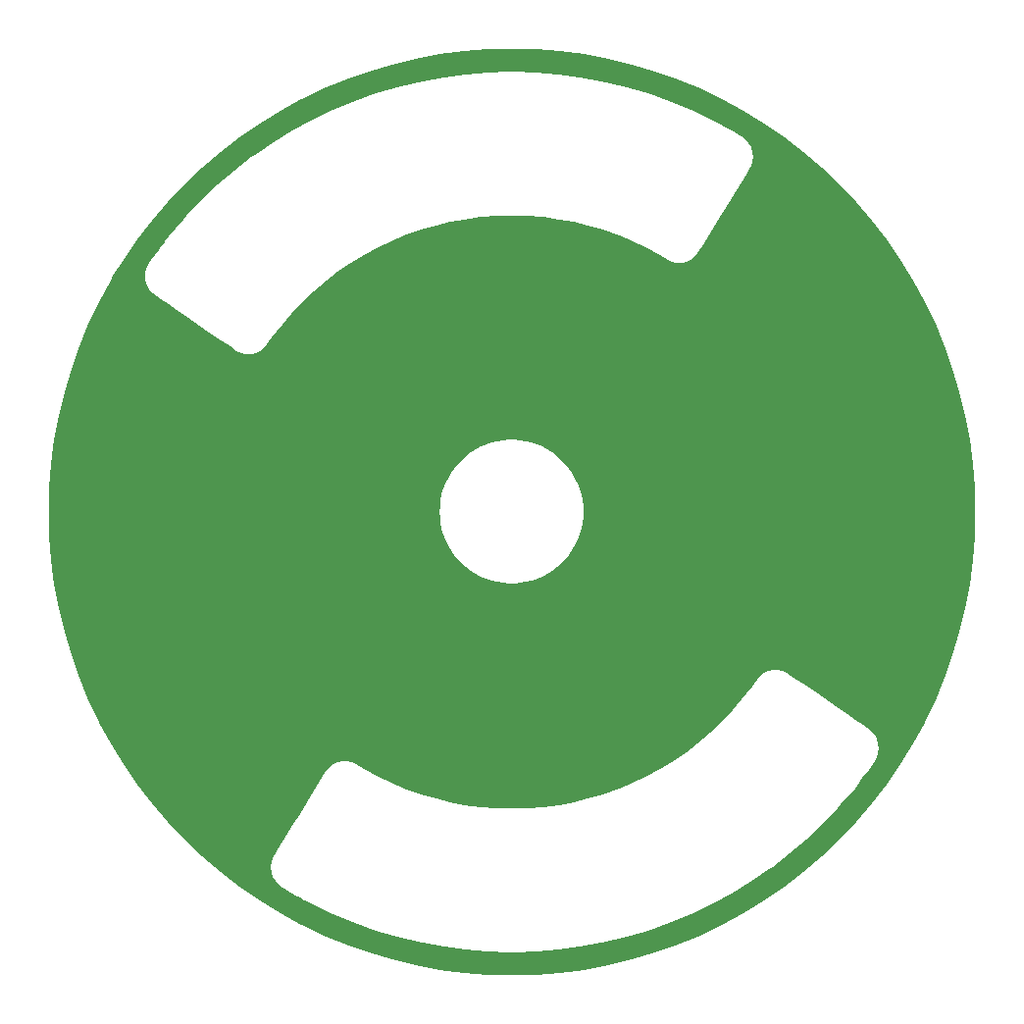
<source format=gbr>
%TF.GenerationSoftware,KiCad,Pcbnew,7.0.5.1-1-g8f565ef7f0-dirty-deb11*%
%TF.CreationDate,2023-06-30T15:08:21+00:00*%
%TF.ProjectId,USTTHUNDERMILLPCB02,55535454-4855-44e4-9445-524d494c4c50,rev?*%
%TF.SameCoordinates,Original*%
%TF.FileFunction,Soldermask,Top*%
%TF.FilePolarity,Negative*%
%FSLAX46Y46*%
G04 Gerber Fmt 4.6, Leading zero omitted, Abs format (unit mm)*
G04 Created by KiCad (PCBNEW 7.0.5.1-1-g8f565ef7f0-dirty-deb11) date 2023-06-30 15:08:21*
%MOMM*%
%LPD*%
G01*
G04 APERTURE LIST*
G04 Aperture macros list*
%AMRotRect*
0 Rectangle, with rotation*
0 The origin of the aperture is its center*
0 $1 length*
0 $2 width*
0 $3 Rotation angle, in degrees counterclockwise*
0 Add horizontal line*
21,1,$1,$2,0,0,$3*%
G04 Aperture macros list end*
%ADD10RotRect,4.000000X1.200000X325.000000*%
G04 APERTURE END LIST*
D10*
%TO.C,J1*%
X-13700000Y6100000D03*
%TD*%
G36*
X2124677Y39911254D02*
G01*
X2128573Y39911050D01*
X4212388Y39747054D01*
X4216270Y39746646D01*
X6288650Y39473753D01*
X6292500Y39473144D01*
X8347732Y39092260D01*
X8351549Y39091448D01*
X10384106Y38603455D01*
X10387871Y38602446D01*
X12392008Y38008860D01*
X12395723Y38007653D01*
X14366044Y37309856D01*
X14369683Y37308459D01*
X16300899Y36508544D01*
X16304463Y36506958D01*
X18191028Y35607142D01*
X18194506Y35605370D01*
X20031469Y34607934D01*
X20034846Y34605985D01*
X21817123Y33513821D01*
X21820395Y33511696D01*
X23542983Y32327803D01*
X23546141Y32325509D01*
X25204427Y31052998D01*
X25207456Y31050545D01*
X26796903Y29693065D01*
X26799801Y29690456D01*
X28316069Y28251648D01*
X28318830Y28248886D01*
X29757637Y26732622D01*
X29760246Y26729724D01*
X31117725Y25140278D01*
X31120178Y25137249D01*
X32392693Y23478961D01*
X32394988Y23475803D01*
X33578877Y21753213D01*
X33581002Y21749942D01*
X34673167Y19967663D01*
X34675116Y19964287D01*
X35672556Y18127324D01*
X35674328Y18123846D01*
X36574140Y16237280D01*
X36575726Y16233716D01*
X37375643Y14302492D01*
X37377040Y14298853D01*
X38074831Y12328544D01*
X38076038Y12324829D01*
X38669628Y10320689D01*
X38670637Y10316924D01*
X39158631Y8284364D01*
X39159443Y8280547D01*
X39540327Y6225318D01*
X39540936Y6221468D01*
X39813827Y4149089D01*
X39814235Y4145207D01*
X39978237Y2061389D01*
X39978441Y2057492D01*
X40033132Y-32040D01*
X40033132Y-35942D01*
X39978441Y-2125475D01*
X39978237Y-2129372D01*
X39814235Y-4213190D01*
X39813827Y-4217072D01*
X39540936Y-6289450D01*
X39540327Y-6293300D01*
X39159443Y-8348532D01*
X39158631Y-8352349D01*
X38670637Y-10384906D01*
X38669628Y-10388671D01*
X38076038Y-12392814D01*
X38074831Y-12396529D01*
X37377040Y-14366838D01*
X37375643Y-14370477D01*
X36575726Y-16301699D01*
X36574140Y-16305263D01*
X35674328Y-18191828D01*
X35672556Y-18195306D01*
X34675116Y-20032270D01*
X34673166Y-20035646D01*
X33581002Y-21817923D01*
X33578877Y-21821194D01*
X32394995Y-23543773D01*
X32392700Y-23546931D01*
X31120170Y-25205236D01*
X31117717Y-25208265D01*
X29760255Y-26797693D01*
X29757646Y-26800591D01*
X28318830Y-28316868D01*
X28316068Y-28319630D01*
X26799791Y-29758446D01*
X26796893Y-29761055D01*
X25207465Y-31118517D01*
X25204436Y-31120970D01*
X23546131Y-32393500D01*
X23542973Y-32395795D01*
X21820394Y-33579677D01*
X21817123Y-33581802D01*
X20034846Y-34673966D01*
X20031470Y-34675916D01*
X18194506Y-35673356D01*
X18191028Y-35675128D01*
X16304463Y-36574940D01*
X16300899Y-36576526D01*
X14369677Y-37376443D01*
X14366038Y-37377840D01*
X12395729Y-38075631D01*
X12392014Y-38076838D01*
X10387871Y-38670428D01*
X10384106Y-38671437D01*
X8351549Y-39159431D01*
X8347732Y-39160243D01*
X6292500Y-39541127D01*
X6288650Y-39541736D01*
X4216272Y-39814627D01*
X4212390Y-39815035D01*
X2128572Y-39979037D01*
X2124675Y-39979241D01*
X35141Y-40033932D01*
X31241Y-40033932D01*
X-2058292Y-39979241D01*
X-2062189Y-39979037D01*
X-4146007Y-39815035D01*
X-4149889Y-39814627D01*
X-6222268Y-39541736D01*
X-6226118Y-39541127D01*
X-8281347Y-39160243D01*
X-8285164Y-39159431D01*
X-10317724Y-38671437D01*
X-10321489Y-38670428D01*
X-12325629Y-38076838D01*
X-12329344Y-38075631D01*
X-14299653Y-37377840D01*
X-14303292Y-37376443D01*
X-16234516Y-36576526D01*
X-16238080Y-36574940D01*
X-18124646Y-35675128D01*
X-18128124Y-35673356D01*
X-19965087Y-34675916D01*
X-19968463Y-34673967D01*
X-21750742Y-33581802D01*
X-21754013Y-33579677D01*
X-23476603Y-32395788D01*
X-23479761Y-32393493D01*
X-25138049Y-31120978D01*
X-25141078Y-31118525D01*
X-25621420Y-30708285D01*
X-20787004Y-30708285D01*
X-20743305Y-31124090D01*
X-20614108Y-31521779D01*
X-20614102Y-31521793D01*
X-20405009Y-31883877D01*
X-20405007Y-31883881D01*
X-20125310Y-32194578D01*
X-20125300Y-32194586D01*
X-19787013Y-32440273D01*
X-19786993Y-32440287D01*
X-19591235Y-32560362D01*
X-19591234Y-32560362D01*
X-19082824Y-32871869D01*
X-19082808Y-32871886D01*
X-19082805Y-32871882D01*
X-18966807Y-32942979D01*
X-18637104Y-33121982D01*
X-18637107Y-33121985D01*
X-18637086Y-33121991D01*
X-18280835Y-33315469D01*
X-18280834Y-33315469D01*
X-18025558Y-33453952D01*
X-18025513Y-33453995D01*
X-18025505Y-33453982D01*
X-17872104Y-33537280D01*
X-17820899Y-33565085D01*
X-17310499Y-33842291D01*
X-15609339Y-34653672D01*
X-15609320Y-34653681D01*
X-15227400Y-34823690D01*
X-15227394Y-34823692D01*
X-13486095Y-35544990D01*
X-13486090Y-35544991D01*
X-11709423Y-36174077D01*
X-11709419Y-36174078D01*
X-9902336Y-36709380D01*
X-8069646Y-37149388D01*
X-7660675Y-37236386D01*
X-7660667Y-37236387D01*
X-5807493Y-37579785D01*
X-3938912Y-37825783D01*
X-3938884Y-37825786D01*
X-2059955Y-37973682D01*
X-175904Y-38022982D01*
X-175863Y-38022983D01*
X242247Y-38022983D01*
X242287Y-38022982D01*
X2126338Y-37973682D01*
X4005267Y-37825786D01*
X4005295Y-37825783D01*
X5873876Y-37579785D01*
X7727050Y-37236387D01*
X7727058Y-37236386D01*
X8136041Y-37149386D01*
X9968721Y-36709380D01*
X11775803Y-36174078D01*
X11775807Y-36174077D01*
X13552474Y-35544991D01*
X13552479Y-35544990D01*
X15293777Y-34823692D01*
X15293783Y-34823690D01*
X15675705Y-34653681D01*
X15675724Y-34653672D01*
X17376878Y-33842292D01*
X17376893Y-33842284D01*
X19033160Y-32942996D01*
X20640191Y-31958184D01*
X22193512Y-30890671D01*
X22531691Y-30644882D01*
X24026960Y-29497503D01*
X24026994Y-29497476D01*
X25460194Y-28273478D01*
X26827281Y-26976085D01*
X28124680Y-25608984D01*
X28124692Y-25608972D01*
X28404365Y-25298303D01*
X28404410Y-25298252D01*
X29628476Y-23865097D01*
X29628485Y-23865086D01*
X29982054Y-23404327D01*
X30017628Y-23358029D01*
X30123748Y-23219632D01*
X30123794Y-23219596D01*
X30123783Y-23219588D01*
X30300593Y-22989180D01*
X30547379Y-22667491D01*
X30547383Y-22667487D01*
X30775779Y-22369793D01*
X30775793Y-22369774D01*
X30852873Y-22257709D01*
X31190588Y-21766382D01*
X31320679Y-21577091D01*
X31320684Y-21577083D01*
X31529778Y-21214996D01*
X31529783Y-21214984D01*
X31658984Y-20817293D01*
X31702685Y-20401488D01*
X31658984Y-19985682D01*
X31529783Y-19587992D01*
X31529778Y-19587980D01*
X31320686Y-19225895D01*
X31320682Y-19225889D01*
X31040881Y-18915190D01*
X31040878Y-18915187D01*
X30702691Y-18669390D01*
X30702673Y-18669377D01*
X30333984Y-18416290D01*
X30333984Y-18416291D01*
X29705178Y-17984685D01*
X28997788Y-17499090D01*
X28997784Y-17499086D01*
X28997784Y-17499087D01*
X28213683Y-16960791D01*
X27355183Y-16371490D01*
X27355183Y-16371489D01*
X27355179Y-16371487D01*
X26424482Y-15732590D01*
X26424481Y-15732589D01*
X25424181Y-15045889D01*
X24357081Y-14313288D01*
X24357081Y-14313287D01*
X23779786Y-13916988D01*
X23397785Y-13746987D01*
X22988885Y-13659988D01*
X22570689Y-13659988D01*
X22161791Y-13746988D01*
X21779784Y-13916987D01*
X21779779Y-13916990D01*
X21441493Y-14162783D01*
X21161786Y-14473490D01*
X21161785Y-14473492D01*
X20745093Y-15079682D01*
X20742805Y-15082831D01*
X19865573Y-16226145D01*
X19863116Y-16229180D01*
X19063065Y-17165895D01*
X19060457Y-17168792D01*
X18212426Y-18062478D01*
X18209663Y-18065241D01*
X17164300Y-19057145D01*
X17161404Y-19059752D01*
X16065674Y-19995614D01*
X16062643Y-19998068D01*
X15085240Y-20748096D01*
X15082083Y-20750390D01*
X14066779Y-21448190D01*
X14063505Y-21450317D01*
X12834868Y-22203160D01*
X12831492Y-22205109D01*
X11564988Y-22892763D01*
X11561517Y-22894532D01*
X10449668Y-23424941D01*
X10446098Y-23426530D01*
X9307906Y-23897943D01*
X9304264Y-23899341D01*
X7945863Y-24380332D01*
X7942155Y-24381536D01*
X6560429Y-24790832D01*
X6556660Y-24791842D01*
X5358768Y-25079428D01*
X5354958Y-25080238D01*
X4143637Y-25304830D01*
X4139778Y-25305441D01*
X2711059Y-25493530D01*
X2707176Y-25493938D01*
X1270563Y-25606927D01*
X1266674Y-25607131D01*
X35153Y-25639432D01*
X31245Y-25639432D01*
X-1200291Y-25607131D01*
X-1204180Y-25606927D01*
X-2640793Y-25493938D01*
X-2644676Y-25493530D01*
X-4073395Y-25305441D01*
X-4077254Y-25304830D01*
X-5288582Y-25080238D01*
X-5292393Y-25079428D01*
X-6490278Y-24791842D01*
X-6494047Y-24790832D01*
X-7875773Y-24381536D01*
X-7879481Y-24380332D01*
X-9237879Y-23899341D01*
X-9241521Y-23897943D01*
X-10379714Y-23426529D01*
X-10383284Y-23424940D01*
X-11495134Y-22894532D01*
X-11498605Y-22892763D01*
X-12765099Y-22205114D01*
X-12768475Y-22203164D01*
X-13395595Y-21818893D01*
X-13395606Y-21818887D01*
X-13777602Y-21648788D01*
X-14186604Y-21561889D01*
X-14604704Y-21561889D01*
X-15013708Y-21648789D01*
X-15395603Y-21818888D01*
X-15733904Y-22064687D01*
X-15733912Y-22064694D01*
X-16013704Y-22375387D01*
X-16379906Y-22972193D01*
X-17056805Y-24075487D01*
X-17056804Y-24075488D01*
X-17691306Y-25109685D01*
X-17691307Y-25109684D01*
X-18281608Y-26071890D01*
X-18826202Y-26959480D01*
X-19323606Y-27770086D01*
X-19772303Y-28501382D01*
X-20171196Y-29151472D01*
X-20171195Y-29151473D01*
X-20405010Y-29532697D01*
X-20614104Y-29894782D01*
X-20614108Y-29894791D01*
X-20743305Y-30292479D01*
X-20787004Y-30708285D01*
X-25621420Y-30708285D01*
X-26730524Y-29761046D01*
X-26733422Y-29758437D01*
X-28249686Y-28319630D01*
X-28252448Y-28316869D01*
X-29691256Y-26800601D01*
X-29693865Y-26797703D01*
X-31051345Y-25208256D01*
X-31053798Y-25205227D01*
X-32326309Y-23546941D01*
X-32328603Y-23543783D01*
X-33512496Y-21821195D01*
X-33514621Y-21817923D01*
X-34606785Y-20035646D01*
X-34608734Y-20032269D01*
X-35606170Y-18195306D01*
X-35607942Y-18191828D01*
X-36507758Y-16305263D01*
X-36509344Y-16301699D01*
X-37309259Y-14370483D01*
X-37310656Y-14366844D01*
X-38008453Y-12396523D01*
X-38009660Y-12392808D01*
X-38603246Y-10388671D01*
X-38604255Y-10384906D01*
X-39092248Y-8352349D01*
X-39093060Y-8348532D01*
X-39473944Y-6293300D01*
X-39474553Y-6289450D01*
X-39747446Y-4217070D01*
X-39747854Y-4213188D01*
X-39911850Y-2129373D01*
X-39912054Y-2125477D01*
X-39966749Y-35940D01*
X-39966749Y-32044D01*
X-39965910Y-3D01*
X-6200000Y-3D01*
X-6179896Y-498884D01*
X-6179895Y-498888D01*
X-6119712Y-994550D01*
X-6019836Y-1483768D01*
X-5880924Y-1963350D01*
X-5703872Y-2430197D01*
X-5489836Y-2881267D01*
X-5489833Y-2881273D01*
X-5240181Y-3313684D01*
X-4956545Y-3724603D01*
X-4956539Y-3724610D01*
X-4640774Y-4111352D01*
X-4640759Y-4111369D01*
X-4294892Y-4471453D01*
X-4294876Y-4471469D01*
X-3921165Y-4802547D01*
X-3921165Y-4802548D01*
X-3522000Y-5102500D01*
X-3100012Y-5369350D01*
X-3099992Y-5369361D01*
X-2657891Y-5601394D01*
X-2657890Y-5601395D01*
X-2198542Y-5797104D01*
X-1724946Y-5955212D01*
X-1724943Y-5955213D01*
X-1240178Y-6074698D01*
X-1240150Y-6074703D01*
X-747347Y-6154792D01*
X-747337Y-6154793D01*
X-249645Y-6194971D01*
X-249640Y-6194972D01*
X249640Y-6194972D01*
X249644Y-6194971D01*
X747336Y-6154793D01*
X747346Y-6154792D01*
X1240149Y-6074703D01*
X1240177Y-6074698D01*
X1724942Y-5955213D01*
X1724945Y-5955212D01*
X2198541Y-5797104D01*
X2657889Y-5601395D01*
X2657890Y-5601394D01*
X3099991Y-5369361D01*
X3100011Y-5369350D01*
X3521999Y-5102500D01*
X3921164Y-4802548D01*
X3921164Y-4802547D01*
X4294875Y-4471469D01*
X4294891Y-4471453D01*
X4640758Y-4111369D01*
X4640773Y-4111352D01*
X4956538Y-3724610D01*
X4956544Y-3724603D01*
X5240180Y-3313684D01*
X5489832Y-2881273D01*
X5489835Y-2881267D01*
X5703871Y-2430197D01*
X5880923Y-1963350D01*
X6019835Y-1483768D01*
X6119711Y-994550D01*
X6179894Y-498888D01*
X6179895Y-498884D01*
X6200000Y-3D01*
X6200000Y4D01*
X6179895Y498885D01*
X6179894Y498889D01*
X6119711Y994551D01*
X6019835Y1483769D01*
X5880923Y1963351D01*
X5703871Y2430198D01*
X5489835Y2881268D01*
X5489832Y2881274D01*
X5240180Y3313685D01*
X4956544Y3724604D01*
X4956538Y3724611D01*
X4640773Y4111353D01*
X4640758Y4111370D01*
X4294891Y4471454D01*
X4294875Y4471470D01*
X3921164Y4802548D01*
X3921164Y4802549D01*
X3521999Y5102501D01*
X3100011Y5369351D01*
X3099991Y5369362D01*
X2657890Y5601395D01*
X2657889Y5601396D01*
X2198541Y5797105D01*
X1724945Y5955213D01*
X1724942Y5955214D01*
X1240177Y6074699D01*
X1240149Y6074704D01*
X747346Y6154793D01*
X747336Y6154794D01*
X249644Y6194972D01*
X-249645Y6194972D01*
X-747337Y6154794D01*
X-747347Y6154793D01*
X-1240150Y6074704D01*
X-1240178Y6074699D01*
X-1724943Y5955214D01*
X-1724946Y5955213D01*
X-2198542Y5797105D01*
X-2657890Y5601396D01*
X-2657891Y5601395D01*
X-3099992Y5369362D01*
X-3100012Y5369351D01*
X-3522000Y5102501D01*
X-3921165Y4802549D01*
X-3921165Y4802548D01*
X-4294876Y4471470D01*
X-4294892Y4471454D01*
X-4640759Y4111370D01*
X-4640774Y4111353D01*
X-4956539Y3724611D01*
X-4956545Y3724604D01*
X-5240181Y3313685D01*
X-5489833Y2881274D01*
X-5489836Y2881268D01*
X-5703872Y2430198D01*
X-5880924Y1963351D01*
X-6019836Y1483769D01*
X-6119712Y994551D01*
X-6179895Y498889D01*
X-6179896Y498885D01*
X-6200000Y4D01*
X-6200000Y-3D01*
X-39965910Y-3D01*
X-39912054Y2057494D01*
X-39911850Y2061390D01*
X-39747854Y4145205D01*
X-39747446Y4149087D01*
X-39474553Y6221468D01*
X-39473944Y6225318D01*
X-39093060Y8280547D01*
X-39092248Y8284364D01*
X-38604255Y10316924D01*
X-38603246Y10320689D01*
X-38009660Y12324823D01*
X-38008453Y12328538D01*
X-37310656Y14298859D01*
X-37309259Y14302498D01*
X-36509344Y16233716D01*
X-36507758Y16237280D01*
X-35607942Y18123846D01*
X-35606170Y18127324D01*
X-34608734Y19964286D01*
X-34606785Y19967663D01*
X-34382600Y20333506D01*
X-31636303Y20333506D01*
X-31592603Y19917705D01*
X-31592601Y19917699D01*
X-31463405Y19520012D01*
X-31463402Y19520006D01*
X-31254302Y19157904D01*
X-31254300Y19157900D01*
X-30974502Y18847204D01*
X-30974501Y18847203D01*
X-30636328Y18601423D01*
X-30636293Y18601398D01*
X-30267606Y18348306D01*
X-29638809Y17916710D01*
X-29638804Y17916704D01*
X-29638803Y17916705D01*
X-28931405Y17431106D01*
X-28931397Y17431101D01*
X-28147305Y16892806D01*
X-27288819Y16303514D01*
X-27288800Y16303502D01*
X-26358106Y15664607D01*
X-26358104Y15664605D01*
X-25357807Y14977907D01*
X-25357804Y14977904D01*
X-24290702Y14245304D01*
X-24290703Y14245304D01*
X-23713410Y13849008D01*
X-23713402Y13849004D01*
X-23331408Y13679008D01*
X-22922500Y13592004D01*
X-22504308Y13592004D01*
X-22504308Y13592005D01*
X-22095405Y13679006D01*
X-21713409Y13849003D01*
X-21713406Y13849004D01*
X-21375101Y14094808D01*
X-21095408Y14405498D01*
X-21095399Y14405510D01*
X-20678710Y15011698D01*
X-20676422Y15014847D01*
X-19799190Y16158160D01*
X-19796733Y16161195D01*
X-18996680Y17097912D01*
X-18994072Y17100809D01*
X-18146042Y17994495D01*
X-18143279Y17997258D01*
X-17097917Y18989164D01*
X-17095021Y18991771D01*
X-15999296Y19927631D01*
X-15996265Y19930085D01*
X-15018842Y20680123D01*
X-15015685Y20682417D01*
X-14000425Y21380192D01*
X-13997151Y21382319D01*
X-12768469Y22135186D01*
X-12765093Y22137135D01*
X-11498605Y22824781D01*
X-11495134Y22826551D01*
X-10383284Y23356957D01*
X-10379714Y23358546D01*
X-9241521Y23829961D01*
X-9237879Y23831359D01*
X-7879481Y24312352D01*
X-7875773Y24313556D01*
X-6494047Y24722852D01*
X-6490278Y24723862D01*
X-5292385Y25011450D01*
X-5288574Y25012260D01*
X-4077254Y25236849D01*
X-4073395Y25237460D01*
X-2644676Y25425550D01*
X-2640793Y25425958D01*
X-1204179Y25538949D01*
X-1200290Y25539153D01*
X31230Y25571452D01*
X35138Y25571452D01*
X1266673Y25539153D01*
X1270562Y25538949D01*
X2707176Y25425958D01*
X2711059Y25425550D01*
X4139779Y25237460D01*
X4143637Y25236849D01*
X5354960Y25012260D01*
X5358771Y25011450D01*
X6556664Y24723860D01*
X6560433Y24722850D01*
X7942155Y24313556D01*
X7945863Y24312352D01*
X9304264Y23831359D01*
X9307906Y23829961D01*
X10446098Y23358547D01*
X10449668Y23356958D01*
X11561517Y22826550D01*
X11564988Y22824781D01*
X12831483Y22137132D01*
X12834859Y22135182D01*
X13461978Y21750910D01*
X13461989Y21750904D01*
X13843985Y21580805D01*
X14252988Y21493905D01*
X14671087Y21493905D01*
X15080089Y21580806D01*
X15461986Y21750905D01*
X15800288Y21996705D01*
X16080083Y22307402D01*
X16446291Y22904208D01*
X17123188Y24007503D01*
X17757692Y25041706D01*
X18347988Y26003904D01*
X18347992Y26003912D01*
X18892584Y26891500D01*
X19389989Y27702105D01*
X19838685Y28433399D01*
X19838689Y28433406D01*
X20237595Y29083515D01*
X20471372Y29464674D01*
X20680487Y29826802D01*
X20809689Y30224505D01*
X20853385Y30640303D01*
X20809689Y31056100D01*
X20680487Y31453805D01*
X20680485Y31453811D01*
X20471393Y31815897D01*
X20471389Y31815903D01*
X20191694Y32126596D01*
X20191687Y32126602D01*
X19853381Y32372305D01*
X19853374Y32372310D01*
X19657617Y32492385D01*
X19657617Y32492384D01*
X19149173Y32803907D01*
X19033203Y32874993D01*
X19033197Y32874997D01*
X18703480Y33054008D01*
X18347157Y33247520D01*
X18347157Y33247521D01*
X18091943Y33385971D01*
X18091896Y33386015D01*
X18091889Y33386000D01*
X17938486Y33469302D01*
X17938486Y33469303D01*
X17887297Y33497097D01*
X17887288Y33497106D01*
X17887287Y33497103D01*
X17376898Y33774296D01*
X17376881Y33774305D01*
X15675716Y34585691D01*
X15675714Y34585692D01*
X15293799Y34755697D01*
X15293761Y34755713D01*
X13552479Y35477008D01*
X13552474Y35477009D01*
X11775807Y36106095D01*
X11775803Y36106096D01*
X9968717Y36641400D01*
X8136050Y37081398D01*
X7727065Y37168402D01*
X7727042Y37168407D01*
X5873876Y37511803D01*
X4005295Y37757800D01*
X4005267Y37757803D01*
X2126340Y37905703D01*
X242289Y37954999D01*
X-175906Y37954999D01*
X-2059957Y37905703D01*
X-3938884Y37757803D01*
X-3938912Y37757800D01*
X-5807493Y37511803D01*
X-7660659Y37168407D01*
X-7660666Y37168405D01*
X-8069663Y37081398D01*
X-9902314Y36641405D01*
X-11709419Y36106096D01*
X-11709423Y36106095D01*
X-13486090Y35477009D01*
X-13486095Y35477008D01*
X-15227394Y34755706D01*
X-15227400Y34755704D01*
X-15609320Y34585696D01*
X-15609339Y34585687D01*
X-17310490Y33774309D01*
X-17310518Y33774295D01*
X-18966800Y32875004D01*
X-18966827Y32874989D01*
X-20573793Y31890210D01*
X-22127103Y30822704D01*
X-22465290Y30576915D01*
X-23960580Y29429520D01*
X-23960614Y29429493D01*
X-25393802Y28205503D01*
X-26760902Y26908103D01*
X-28058299Y25541008D01*
X-28058345Y25540959D01*
X-28337979Y25230331D01*
X-28338037Y25230266D01*
X-29562091Y23797120D01*
X-29915674Y23336342D01*
X-29951157Y23290165D01*
X-29951156Y23290164D01*
X-30057384Y23151627D01*
X-30234198Y22921213D01*
X-30234197Y22921212D01*
X-30481005Y22599502D01*
X-30709393Y22301817D01*
X-30786515Y22189686D01*
X-30786516Y22189687D01*
X-31124202Y21698409D01*
X-31124201Y21698408D01*
X-31254299Y21509113D01*
X-31463402Y21147004D01*
X-31463405Y21146998D01*
X-31592601Y20749312D01*
X-31592603Y20749306D01*
X-31636303Y20333506D01*
X-34382600Y20333506D01*
X-33514621Y21749942D01*
X-33512496Y21753213D01*
X-32328612Y23475790D01*
X-32326318Y23478948D01*
X-31053788Y25137260D01*
X-31051335Y25140289D01*
X-29693865Y26729724D01*
X-29691256Y26732623D01*
X-28252447Y28248886D01*
X-28249686Y28251647D01*
X-26733423Y29690456D01*
X-26730524Y29693065D01*
X-25141089Y31050535D01*
X-25138060Y31052988D01*
X-23479748Y32325518D01*
X-23476590Y32327812D01*
X-21754013Y33511696D01*
X-21750742Y33513821D01*
X-19968463Y34605985D01*
X-19965086Y34607934D01*
X-18128124Y35605370D01*
X-18124646Y35607142D01*
X-16238080Y36506958D01*
X-16234516Y36508544D01*
X-14303298Y37308459D01*
X-14299659Y37309856D01*
X-12329338Y38007653D01*
X-12325623Y38008860D01*
X-10321489Y38602446D01*
X-10317724Y38603455D01*
X-8285164Y39091448D01*
X-8281347Y39092260D01*
X-6226118Y39473144D01*
X-6222268Y39473753D01*
X-4149887Y39746646D01*
X-4146005Y39747054D01*
X-2062190Y39911050D01*
X-2058294Y39911254D01*
X31241Y39965949D01*
X35141Y39965949D01*
X2124677Y39911254D01*
G37*
M02*

</source>
